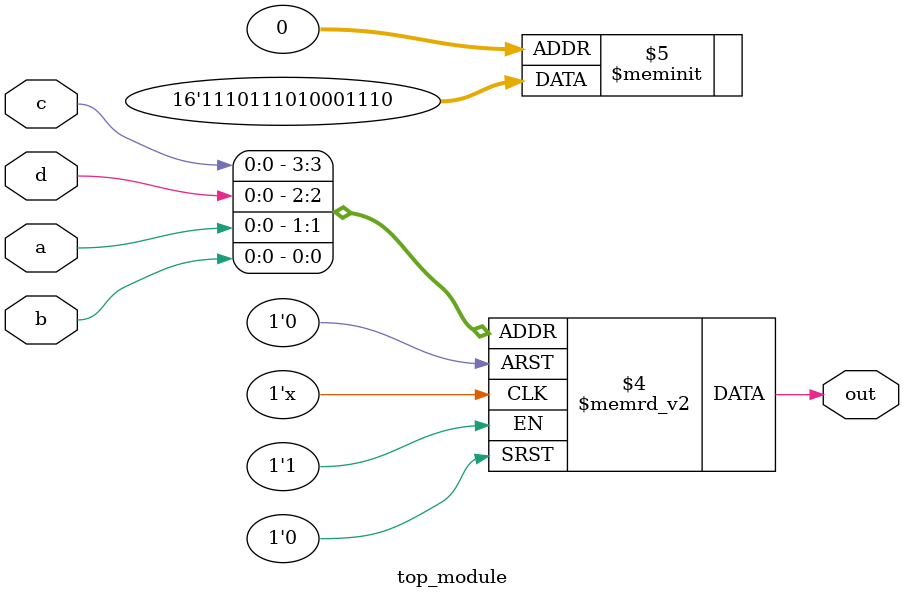
<source format=sv>
module top_module (
	input a, 
	input b,
	input c,
	input d,
	output reg out
);

	always @(*) begin
		case ({c, d, a, b})
			4'b0000, 4'b0100, 4'b1000, 4'b1100: out = 0;
			4'b0001, 4'b0011, 4'b0111, 4'b1001, 4'b1011, 4'b1101, 4'b1111: out = 1;
			4'b0010: out = 1; // CD = 00, AB = 10
			4'b0110: out = 0; // CD = 01, AB = 10 (Don't care; choosing 0)
			4'b1110: out = 1; // CD = 11, AB = 10 (Don't care; choosing 1)
			4'b1010: out = 1; // CD = 10, AB = 10
			default: out = 0; // assigning a default value
		endcase
	end

endmodule

</source>
